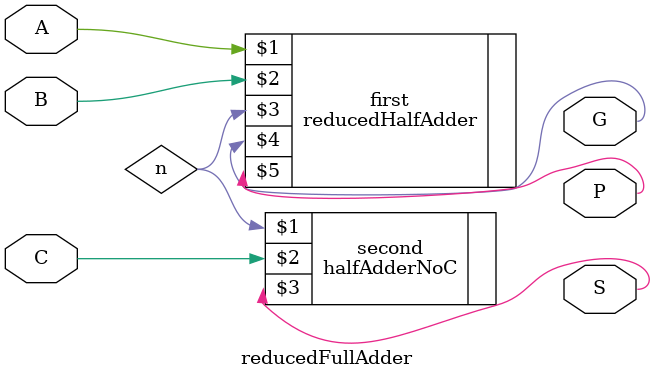
<source format=sv>
module reducedFullAdder(input logic A, B, C, output logic S, G, P);
  wire n;
  reducedHalfAdder first(A, B, n, G, P);
  halfAdderNoC second(n, C, S);
endmodule

</source>
